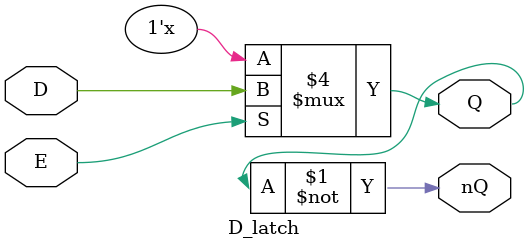
<source format=v>
`timescale 1ns / 1ps


module D_latch(
input E, D,
output reg Q,
output wire nQ
    );
    
    assign nQ = ~Q;
    always @*
    begin
        if(E)
            Q = D;
        else
            Q = Q;
    end
endmodule

</source>
